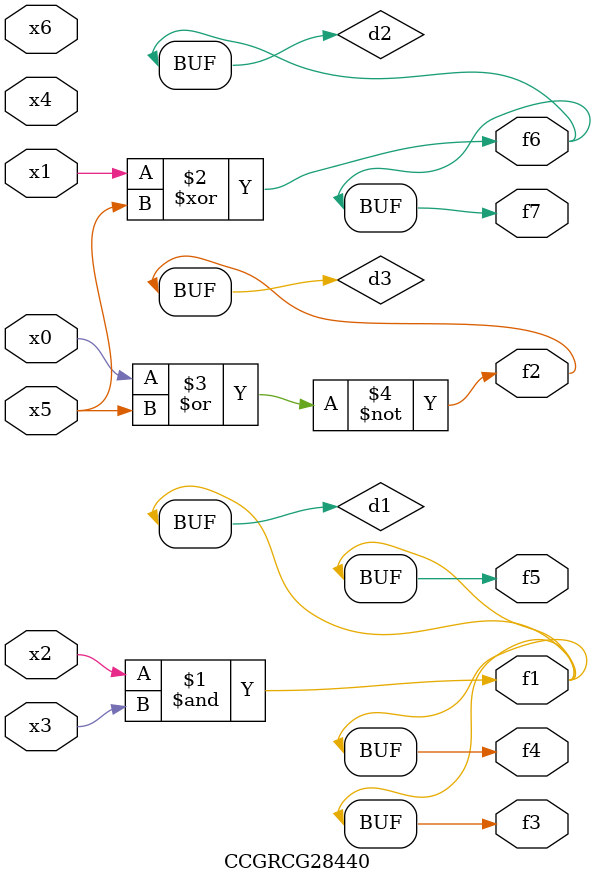
<source format=v>
module CCGRCG28440(
	input x0, x1, x2, x3, x4, x5, x6,
	output f1, f2, f3, f4, f5, f6, f7
);

	wire d1, d2, d3;

	and (d1, x2, x3);
	xor (d2, x1, x5);
	nor (d3, x0, x5);
	assign f1 = d1;
	assign f2 = d3;
	assign f3 = d1;
	assign f4 = d1;
	assign f5 = d1;
	assign f6 = d2;
	assign f7 = d2;
endmodule

</source>
